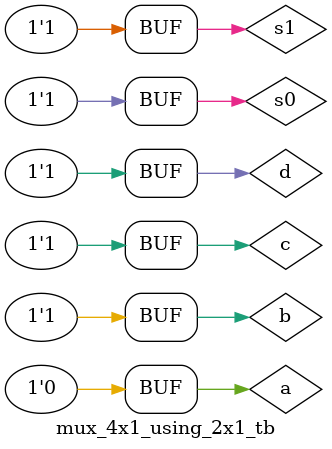
<source format=v>
module mux_2x1_dataflow(y,a,b,s);
input a,b,s;
output y;
assign y=(a&(~s)|b&s);
endmodule
//4x1mux_using_2x1mux
module mux_4x1_using_2x1(y,a,b,c,d,s0,s1);
input a,b,c,d,s0,s1;
output y;
wire t1,t2;
mux_2x1_dataflow G1(t1,a,b,s0);
mux_2x1_dataflow G2(t2,c,d,s0);
mux_2x1_dataflow G3(y,t1,t2,s1);
endmodule
//testbench
module mux_4x1_using_2x1_tb;
wire y;
reg a,b,c,d,s0,s1;
mux_4x1_using_2x1 dut(y,a,b,c,d,s0,s1);
initial
begin
#2 a=1'b0;b=1'b1;c=1'b1;d=1'b1;s0=1'b0;s1=1'b0;
#5 s1=1'b1;
#5 s0=1'b1;s1=1'b0;
#5 s1=1'b1;
end
endmodule

</source>
